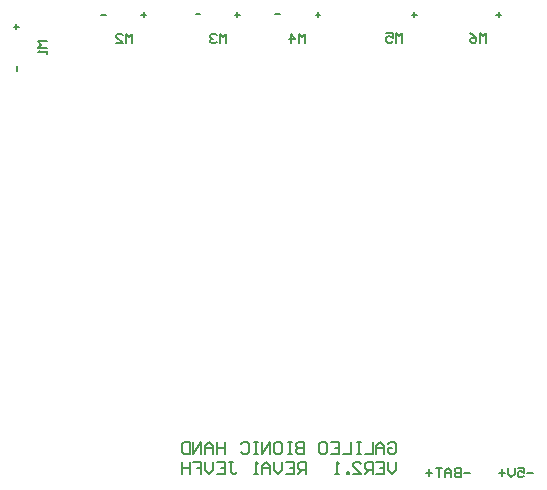
<source format=gbo>
G04 Layer_Color=32896*
%FSLAX25Y25*%
%MOIN*%
G70*
G01*
G75*
%ADD29C,0.00689*%
D29*
X113091Y488779D02*
X109942D01*
X110992Y487730D01*
X109942Y486681D01*
X113091D01*
Y485631D02*
Y484581D01*
Y485106D01*
X109942D01*
X110467Y485631D01*
X141339Y488189D02*
Y491338D01*
X140289Y490288D01*
X139240Y491338D01*
Y488189D01*
X136091D02*
X138190D01*
X136091Y490288D01*
Y490813D01*
X136616Y491338D01*
X137665D01*
X138190Y490813D01*
X172638Y488189D02*
Y491338D01*
X171588Y490288D01*
X170539Y491338D01*
Y488189D01*
X169489Y490813D02*
X168964Y491338D01*
X167915D01*
X167390Y490813D01*
Y490288D01*
X167915Y489763D01*
X168440D01*
X167915D01*
X167390Y489239D01*
Y488714D01*
X167915Y488189D01*
X168964D01*
X169489Y488714D01*
X198917Y488189D02*
Y491338D01*
X197868Y490288D01*
X196818Y491338D01*
Y488189D01*
X194194D02*
Y491338D01*
X195769Y489763D01*
X193670D01*
X231299Y488386D02*
Y491534D01*
X230250Y490485D01*
X229200Y491534D01*
Y488386D01*
X226052Y491534D02*
X228151D01*
Y489960D01*
X227101Y490485D01*
X226576D01*
X226052Y489960D01*
Y488911D01*
X226576Y488386D01*
X227626D01*
X228151Y488911D01*
X259252Y488386D02*
Y491534D01*
X258202Y490485D01*
X257153Y491534D01*
Y488386D01*
X254004Y491534D02*
X255054Y491010D01*
X256103Y489960D01*
Y488911D01*
X255579Y488386D01*
X254529D01*
X254004Y488911D01*
Y489435D01*
X254529Y489960D01*
X256103D01*
X229331Y348522D02*
Y345899D01*
X228019Y344587D01*
X226707Y345899D01*
Y348522D01*
X222771D02*
X225395D01*
Y344587D01*
X222771D01*
X225395Y346554D02*
X224083D01*
X221459Y344587D02*
Y348522D01*
X219491D01*
X218835Y347866D01*
Y346554D01*
X219491Y345899D01*
X221459D01*
X220147D02*
X218835Y344587D01*
X214900D02*
X217524D01*
X214900Y347210D01*
Y347866D01*
X215556Y348522D01*
X216867D01*
X217524Y347866D01*
X213588Y344587D02*
Y345243D01*
X212932D01*
Y344587D01*
X213588D01*
X210308D02*
X208996D01*
X209652D01*
Y348522D01*
X210308Y347866D01*
X199157Y344587D02*
Y348522D01*
X197189D01*
X196533Y347866D01*
Y346554D01*
X197189Y345899D01*
X199157D01*
X197845D02*
X196533Y344587D01*
X192597Y348522D02*
X195221D01*
Y344587D01*
X192597D01*
X195221Y346554D02*
X193909D01*
X191285Y348522D02*
Y345899D01*
X189973Y344587D01*
X188661Y345899D01*
Y348522D01*
X187349Y344587D02*
Y347210D01*
X186038Y348522D01*
X184726Y347210D01*
Y344587D01*
Y346554D01*
X187349D01*
X183414Y344587D02*
X182102D01*
X182758D01*
Y348522D01*
X183414Y347866D01*
X173574Y348522D02*
X174886D01*
X174230D01*
Y345243D01*
X174886Y344587D01*
X175542D01*
X176198Y345243D01*
X169639Y348522D02*
X172263D01*
Y344587D01*
X169639D01*
X172263Y346554D02*
X170951D01*
X168327Y348522D02*
Y345899D01*
X167015Y344587D01*
X165703Y345899D01*
Y348522D01*
X161767D02*
X164391D01*
Y346554D01*
X163079D01*
X164391D01*
Y344587D01*
X160455Y348522D02*
Y344587D01*
Y346554D01*
X157831D01*
Y348522D01*
Y344587D01*
X190551Y497933D02*
X188977D01*
X164075D02*
X162501D01*
X132579Y497638D02*
X131004D01*
X262697Y497736D02*
X264271D01*
X263484Y498523D02*
Y496949D01*
X234547Y497736D02*
X236122D01*
X235334Y498523D02*
Y496949D01*
X202461Y497736D02*
X204035D01*
X203248Y498523D02*
Y496949D01*
X175591Y497736D02*
X177165D01*
X176378Y498523D02*
Y496949D01*
X144390Y497736D02*
X145964D01*
X145177Y498523D02*
Y496949D01*
X102855Y478937D02*
Y480511D01*
X101969Y493700D02*
X103543D01*
X102756Y494488D02*
Y492913D01*
X275098Y345078D02*
X272999D01*
X269851Y346653D02*
X271950D01*
Y345078D01*
X270900Y345603D01*
X270375D01*
X269851Y345078D01*
Y344029D01*
X270375Y343504D01*
X271425D01*
X271950Y344029D01*
X268801Y346653D02*
Y344553D01*
X267752Y343504D01*
X266702Y344553D01*
Y346653D01*
X265653Y345078D02*
X263554D01*
X264603Y346128D02*
Y344029D01*
X254035Y345078D02*
X251936D01*
X250887Y346653D02*
Y343504D01*
X249312D01*
X248788Y344029D01*
Y344553D01*
X249312Y345078D01*
X250887D01*
X249312D01*
X248788Y345603D01*
Y346128D01*
X249312Y346653D01*
X250887D01*
X247738Y343504D02*
Y345603D01*
X246689Y346653D01*
X245639Y345603D01*
Y343504D01*
Y345078D01*
X247738D01*
X244590Y346653D02*
X242491D01*
X243540D01*
Y343504D01*
X241441Y345078D02*
X239342D01*
X240391Y346128D02*
Y344029D01*
X226707Y354658D02*
X227363Y355314D01*
X228675D01*
X229331Y354658D01*
Y352034D01*
X228675Y351378D01*
X227363D01*
X226707Y352034D01*
Y353346D01*
X228019D01*
X225395Y351378D02*
Y354002D01*
X224083Y355314D01*
X222771Y354002D01*
Y351378D01*
Y353346D01*
X225395D01*
X221459Y355314D02*
Y351378D01*
X218835D01*
X217524Y355314D02*
X216212D01*
X216867D01*
Y351378D01*
X217524D01*
X216212D01*
X214244Y355314D02*
Y351378D01*
X211620D01*
X207684Y355314D02*
X210308D01*
Y351378D01*
X207684D01*
X210308Y353346D02*
X208996D01*
X204404Y355314D02*
X205716D01*
X206372Y354658D01*
Y352034D01*
X205716Y351378D01*
X204404D01*
X203748Y352034D01*
Y354658D01*
X204404Y355314D01*
X198501D02*
Y351378D01*
X196533D01*
X195877Y352034D01*
Y352690D01*
X196533Y353346D01*
X198501D01*
X196533D01*
X195877Y354002D01*
Y354658D01*
X196533Y355314D01*
X198501D01*
X194565D02*
X193253D01*
X193909D01*
Y351378D01*
X194565D01*
X193253D01*
X189317Y355314D02*
X190629D01*
X191285Y354658D01*
Y352034D01*
X190629Y351378D01*
X189317D01*
X188661Y352034D01*
Y354658D01*
X189317Y355314D01*
X187349Y351378D02*
Y355314D01*
X184726Y351378D01*
Y355314D01*
X183414D02*
X182102D01*
X182758D01*
Y351378D01*
X183414D01*
X182102D01*
X177510Y354658D02*
X178166Y355314D01*
X179478D01*
X180134Y354658D01*
Y352034D01*
X179478Y351378D01*
X178166D01*
X177510Y352034D01*
X172263Y355314D02*
Y351378D01*
Y353346D01*
X169639D01*
Y355314D01*
Y351378D01*
X168327D02*
Y354002D01*
X167015Y355314D01*
X165703Y354002D01*
Y351378D01*
Y353346D01*
X168327D01*
X164391Y351378D02*
Y355314D01*
X161767Y351378D01*
Y355314D01*
X160455D02*
Y351378D01*
X158487D01*
X157831Y352034D01*
Y354658D01*
X158487Y355314D01*
X160455D01*
M02*

</source>
